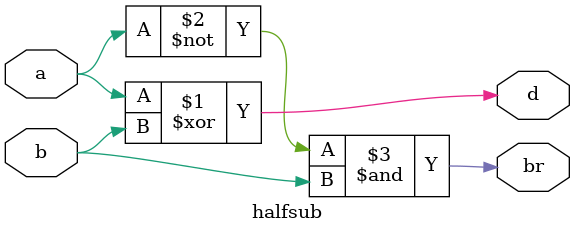
<source format=v>
`timescale 1ns / 1ps


module fullsub(
input a,b,c,
output d,br
    );
    wire w1,w2,w3;
    halfsub hs1(a,b,w1,w2);
    halfsub hs2(w1,c,d,w3);
    assign br=w2|w3;
endmodule
module halfsub(a,b,d,br);
input a,b;
output d,br;
assign d=a^b;
assign br=(~a)&b;
endmodule

</source>
